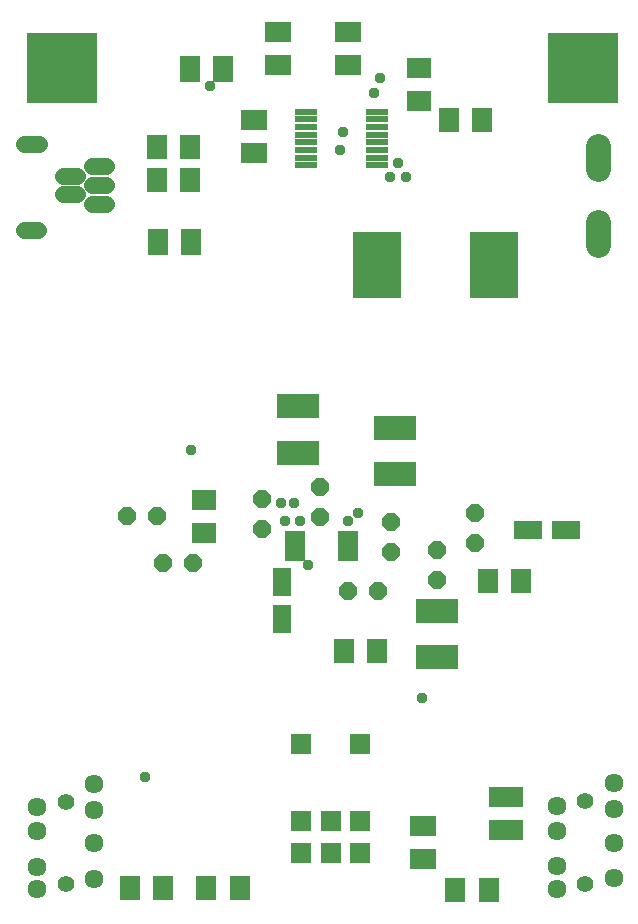
<source format=gbr>
G04 EAGLE Gerber RS-274X export*
G75*
%MOMM*%
%FSLAX34Y34*%
%LPD*%
%INSoldermask Top*%
%IPPOS*%
%AMOC8*
5,1,8,0,0,1.08239X$1,22.5*%
G01*
%ADD10R,6.045200X6.045200*%
%ADD11C,2.153200*%
%ADD12R,3.603200X2.103200*%
%ADD13R,2.903200X1.803200*%
%ADD14R,1.803200X2.003200*%
%ADD15R,2.003200X1.803200*%
%ADD16R,2.403200X1.603200*%
%ADD17R,1.603200X2.403200*%
%ADD18C,1.611200*%
%ADD19C,1.403200*%
%ADD20R,4.053200X5.703200*%
%ADD21R,1.803200X2.006200*%
%ADD22R,1.803200X2.203200*%
%ADD23P,1.649562X8X292.500000*%
%ADD24P,1.649562X8X112.500000*%
%ADD25P,1.649562X8X202.500000*%
%ADD26P,1.649562X8X22.500000*%
%ADD27R,2.203200X1.803200*%
%ADD28R,1.803200X0.503200*%
%ADD29C,1.411200*%
%ADD30C,1.473200*%
%ADD31R,1.983200X0.623200*%
%ADD32R,1.711200X1.711200*%
%ADD33C,0.959600*%


D10*
X52200Y715300D03*
X493300Y715300D03*
D11*
X506400Y649750D02*
X506400Y630250D01*
X506400Y584750D02*
X506400Y565250D01*
D12*
X252400Y428900D03*
X252400Y389900D03*
D13*
X428300Y97900D03*
X428300Y69900D03*
D14*
X319300Y221500D03*
X291300Y221500D03*
D15*
X172500Y350100D03*
X172500Y322100D03*
D16*
X478900Y324700D03*
X446900Y324700D03*
D17*
X238700Y248600D03*
X238700Y280600D03*
D14*
X440900Y281500D03*
X412900Y281500D03*
D15*
X355000Y715300D03*
X355000Y687300D03*
D14*
X408500Y671500D03*
X380500Y671500D03*
X161300Y649000D03*
X133300Y649000D03*
X160800Y621000D03*
X132800Y621000D03*
D12*
X334400Y410900D03*
X334400Y371900D03*
X369600Y216600D03*
X369600Y255600D03*
D18*
X31500Y20200D03*
X31500Y39200D03*
X31500Y69200D03*
X31500Y90200D03*
X79500Y29200D03*
X79500Y59200D03*
X79500Y87200D03*
X79500Y109200D03*
D19*
X55500Y24200D03*
X55500Y94200D03*
D20*
X418550Y548800D03*
X319050Y548800D03*
D21*
X109880Y20800D03*
X138320Y20800D03*
X174380Y20800D03*
X202820Y20800D03*
D18*
X471500Y20700D03*
X471500Y39700D03*
X471500Y69700D03*
X471500Y90700D03*
X519500Y29700D03*
X519500Y59700D03*
X519500Y87700D03*
X519500Y109700D03*
D19*
X495500Y24700D03*
X495500Y94700D03*
D22*
X133900Y568500D03*
X161900Y568500D03*
D23*
X331000Y331500D03*
X331000Y306100D03*
D24*
X370000Y281700D03*
X370000Y307100D03*
D23*
X402000Y338300D03*
X402000Y312900D03*
D25*
X320100Y273000D03*
X294700Y273000D03*
D23*
X271000Y361100D03*
X271000Y335700D03*
D26*
X107900Y336500D03*
X133300Y336500D03*
X138100Y296000D03*
X163500Y296000D03*
D23*
X222000Y350700D03*
X222000Y325300D03*
D27*
X235000Y717700D03*
X235000Y745700D03*
X295000Y745800D03*
X295000Y717800D03*
X215000Y671800D03*
X215000Y643800D03*
D22*
X160700Y715000D03*
X188700Y715000D03*
D28*
X294400Y300900D03*
X294400Y305900D03*
X294400Y310900D03*
X294400Y315900D03*
X294400Y320900D03*
X249400Y320900D03*
X249400Y315900D03*
X249400Y310900D03*
X249400Y305900D03*
X249400Y300900D03*
D29*
X89680Y616400D02*
X77600Y616400D01*
X77600Y600400D02*
X89680Y600400D01*
X89680Y632400D02*
X77600Y632400D01*
X65600Y624400D02*
X53520Y624400D01*
X53520Y608400D02*
X65600Y608400D01*
X32140Y578400D02*
X20060Y578400D01*
D30*
X20250Y651400D02*
X32950Y651400D01*
D31*
X318900Y633050D03*
X318900Y639550D03*
X318900Y646050D03*
X318900Y652550D03*
X318900Y659050D03*
X318900Y665550D03*
X318900Y672050D03*
X318900Y678550D03*
X259500Y678550D03*
X259500Y672050D03*
X259500Y665550D03*
X259500Y659050D03*
X259500Y652550D03*
X259500Y646050D03*
X259500Y639550D03*
X259500Y633050D03*
D32*
X305200Y50700D03*
X280200Y50700D03*
X255200Y50700D03*
X255200Y78200D03*
X280200Y78200D03*
X305200Y78200D03*
X255200Y143200D03*
X305200Y143200D03*
D27*
X358100Y45600D03*
X358100Y73600D03*
D21*
X385380Y19400D03*
X413820Y19400D03*
D33*
X322000Y707000D03*
X317000Y694000D03*
X290000Y661000D03*
X288000Y646000D03*
X330000Y623000D03*
X344000Y623000D03*
X337000Y635000D03*
X238000Y347000D03*
X249000Y347000D03*
X241000Y332000D03*
X254000Y332000D03*
X295000Y332000D03*
X303000Y339000D03*
X177546Y700278D03*
X122682Y115062D03*
X260604Y294894D03*
X357378Y182118D03*
X161544Y391668D03*
M02*

</source>
